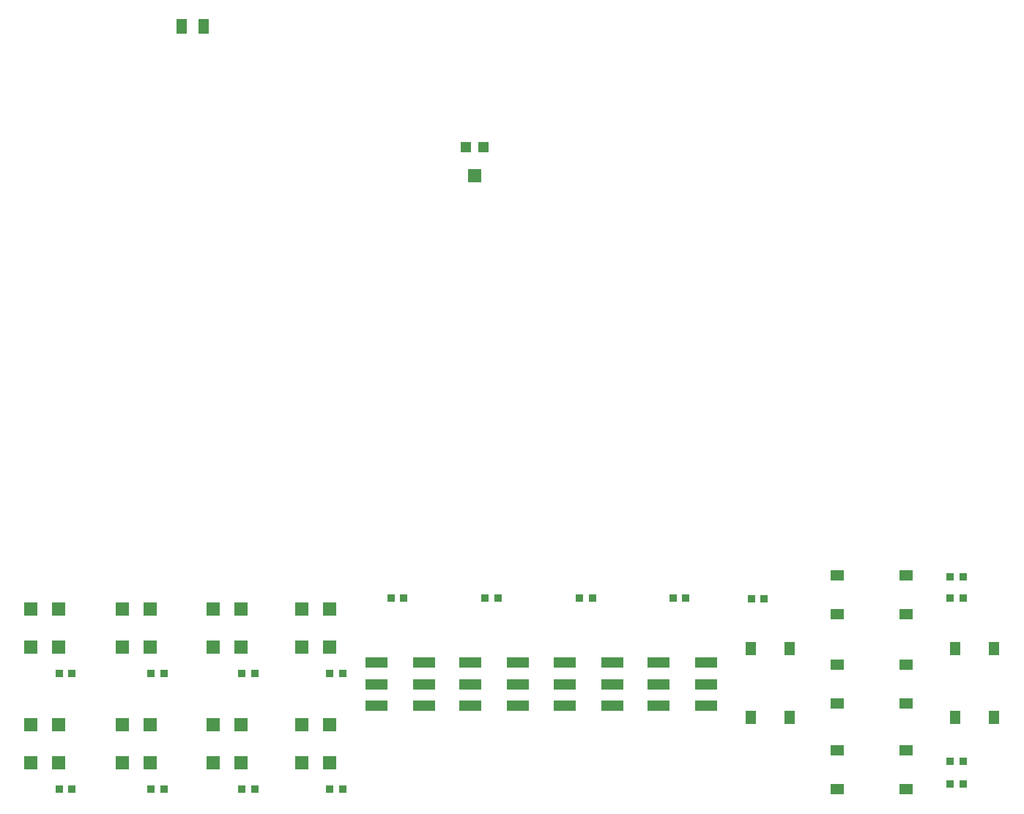
<source format=gtp>
G04*
G04 #@! TF.GenerationSoftware,Altium Limited,Altium Designer,19.1.8 (144)*
G04*
G04 Layer_Color=8421504*
%FSLAX24Y24*%
%MOIN*%
G70*
G01*
G75*
%ADD12R,0.0512X0.0650*%
%ADD13R,0.0472X0.0472*%
%ADD14R,0.0630X0.0591*%
%ADD15R,0.0335X0.0335*%
%ADD16R,0.0512X0.0610*%
%ADD17R,0.0610X0.0512*%
%ADD18R,0.0984X0.0472*%
%ADD19R,0.0600X0.0600*%
D12*
X8642Y36220D02*
D03*
X9626D02*
D03*
D13*
X21575Y30709D02*
D03*
X22362D02*
D03*
D14*
X21969Y29429D02*
D03*
D15*
X3051Y6772D02*
D03*
X3642D02*
D03*
X7815D02*
D03*
X7224D02*
D03*
X11358D02*
D03*
X11949D02*
D03*
X15965D02*
D03*
X15374D02*
D03*
Y1496D02*
D03*
X15965D02*
D03*
X11949D02*
D03*
X11358D02*
D03*
X7224D02*
D03*
X7815D02*
D03*
X3642D02*
D03*
X3051D02*
D03*
X31575Y10197D02*
D03*
X30984D02*
D03*
X27323D02*
D03*
X26732D02*
D03*
X22441D02*
D03*
X23031D02*
D03*
X43593Y2756D02*
D03*
X44183D02*
D03*
X43593Y1732D02*
D03*
X44183D02*
D03*
X43593Y10197D02*
D03*
X44183D02*
D03*
X43593Y11142D02*
D03*
X44183D02*
D03*
X34547Y10157D02*
D03*
X35138D02*
D03*
X18740Y10197D02*
D03*
X18150D02*
D03*
D16*
X34528Y4744D02*
D03*
Y7874D02*
D03*
X36299Y4744D02*
D03*
Y7874D02*
D03*
X43819Y4744D02*
D03*
Y7874D02*
D03*
X45591Y4744D02*
D03*
Y7874D02*
D03*
D17*
X41594Y9449D02*
D03*
X38465D02*
D03*
X41594Y11220D02*
D03*
X38465D02*
D03*
Y7165D02*
D03*
X41594D02*
D03*
X38465Y5394D02*
D03*
X41594D02*
D03*
Y1496D02*
D03*
X38465D02*
D03*
X41594Y3268D02*
D03*
X38465D02*
D03*
D18*
X19646Y5276D02*
D03*
Y6260D02*
D03*
X17480Y5276D02*
D03*
Y6260D02*
D03*
X19646Y7244D02*
D03*
X17480D02*
D03*
X21772D02*
D03*
X23937D02*
D03*
X21772Y6260D02*
D03*
Y5276D02*
D03*
X23937Y6260D02*
D03*
Y5276D02*
D03*
X28228D02*
D03*
Y6260D02*
D03*
X26063Y5276D02*
D03*
Y6260D02*
D03*
X28228Y7244D02*
D03*
X26063D02*
D03*
X30315D02*
D03*
X32480D02*
D03*
X30315Y6260D02*
D03*
Y5276D02*
D03*
X32480Y6260D02*
D03*
Y5276D02*
D03*
D19*
X3031Y7953D02*
D03*
Y9685D02*
D03*
X1772Y7953D02*
D03*
Y9685D02*
D03*
X5945D02*
D03*
Y7953D02*
D03*
X7205Y9685D02*
D03*
Y7953D02*
D03*
X11339D02*
D03*
Y9685D02*
D03*
X10079Y7953D02*
D03*
Y9685D02*
D03*
X14094D02*
D03*
Y7953D02*
D03*
X15354Y9685D02*
D03*
Y7953D02*
D03*
Y2677D02*
D03*
Y4409D02*
D03*
X14094Y2677D02*
D03*
Y4409D02*
D03*
X10079D02*
D03*
Y2677D02*
D03*
X11339Y4409D02*
D03*
Y2677D02*
D03*
X7205D02*
D03*
Y4409D02*
D03*
X5945Y2677D02*
D03*
Y4409D02*
D03*
X1772D02*
D03*
Y2677D02*
D03*
X3031Y4409D02*
D03*
Y2677D02*
D03*
M02*

</source>
